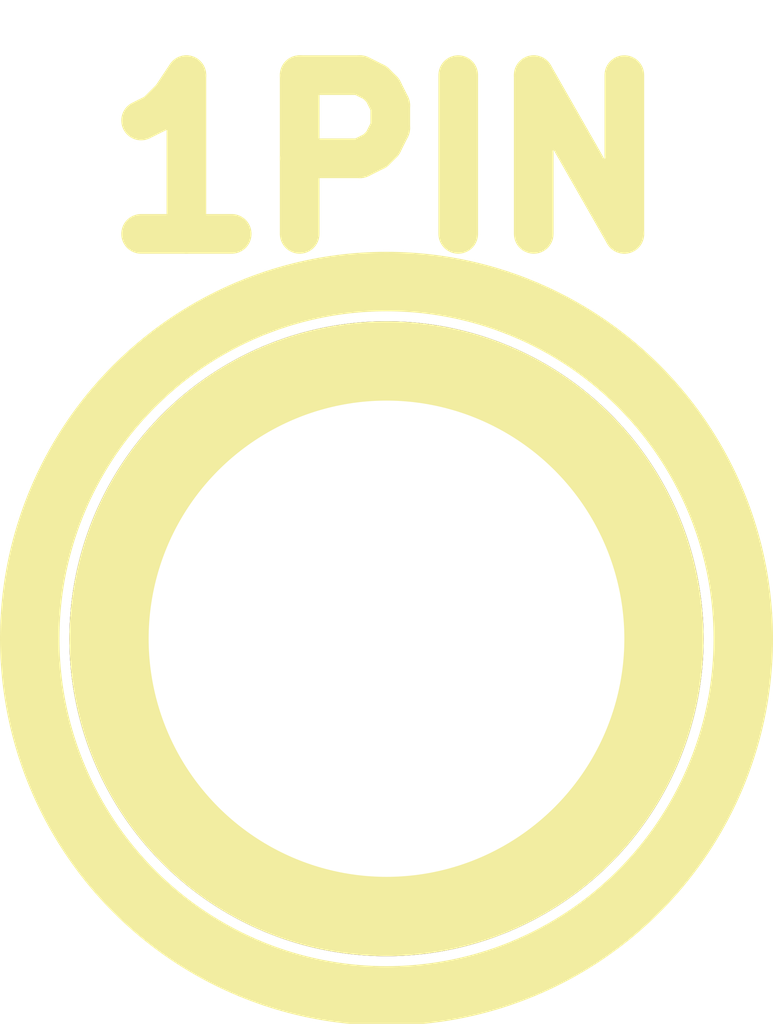
<source format=kicad_pcb>
(kicad_pcb (version 3) (host pcbnew "(2013-jul-07)-stable")

  (general
    (links 0)
    (no_connects 0)
    (area 0 0 0 0)
    (thickness 1.6)
    (drawings 0)
    (tracks 0)
    (zones 0)
    (modules 1)
    (nets 1)
  )

  (page A3)
  (layers
    (15 F.Cu signal)
    (0 B.Cu signal)
    (16 B.Adhes user)
    (17 F.Adhes user)
    (18 B.Paste user)
    (19 F.Paste user)
    (20 B.SilkS user)
    (21 F.SilkS user)
    (22 B.Mask user)
    (23 F.Mask user)
    (24 Dwgs.User user)
    (25 Cmts.User user)
    (26 Eco1.User user)
    (27 Eco2.User user)
    (28 Edge.Cuts user)
  )

  (setup
    (last_trace_width 0.254)
    (trace_clearance 0.254)
    (zone_clearance 0.508)
    (zone_45_only no)
    (trace_min 0.254)
    (segment_width 0.2)
    (edge_width 0.15)
    (via_size 0.889)
    (via_drill 0.635)
    (via_min_size 0.889)
    (via_min_drill 0.508)
    (uvia_size 0.508)
    (uvia_drill 0.127)
    (uvias_allowed no)
    (uvia_min_size 0.508)
    (uvia_min_drill 0.127)
    (pcb_text_width 0.3)
    (pcb_text_size 1.5 1.5)
    (mod_edge_width 0.15)
    (mod_text_size 1.5 1.5)
    (mod_text_width 0.15)
    (pad_size 1.524 1.524)
    (pad_drill 0.762)
    (pad_to_mask_clearance 0.2)
    (aux_axis_origin 0 0)
    (visible_elements FFFFFFBF)
    (pcbplotparams
      (layerselection 3178497)
      (usegerberextensions true)
      (excludeedgelayer true)
      (linewidth 0.100000)
      (plotframeref false)
      (viasonmask false)
      (mode 1)
      (useauxorigin false)
      (hpglpennumber 1)
      (hpglpenspeed 20)
      (hpglpendiameter 15)
      (hpglpenoverlay 2)
      (psnegative false)
      (psa4output false)
      (plotreference true)
      (plotvalue true)
      (plotothertext true)
      (plotinvisibletext false)
      (padsonsilk false)
      (subtractmaskfromsilk false)
      (outputformat 1)
      (mirror false)
      (drillshape 1)
      (scaleselection 1)
      (outputdirectory ""))
  )

  (net 0 "")

  (net_class Default "To jest domyślna klasa połączeń."
    (clearance 0.254)
    (trace_width 0.254)
    (via_dia 0.889)
    (via_drill 0.635)
    (uvia_dia 0.508)
    (uvia_drill 0.127)
    (add_net "")
  )

  (module 1pin (layer F.Cu) (tedit 200000) (tstamp 57DCF569)
    (at 131.318 91.059)
    (descr "module 1 pin (ou trou mecanique de percage)")
    (tags DEV)
    (path 1pin)
    (fp_text reference 1PIN (at 0 -3.048) (layer F.SilkS)
      (effects (font (size 1.016 1.016) (thickness 0.254)))
    )
    (fp_text value P*** (at 0 2.794) (layer F.SilkS) hide
      (effects (font (size 1.016 1.016) (thickness 0.254)))
    )
    (fp_circle (center 0 0) (end 0 -2.286) (layer F.SilkS) (width 0.381))
    (pad 1 thru_hole circle (at 0 0) (size 4.064 4.064) (drill 3.048)
      (layers *.Cu *.Mask F.SilkS)
    )
  )

)

</source>
